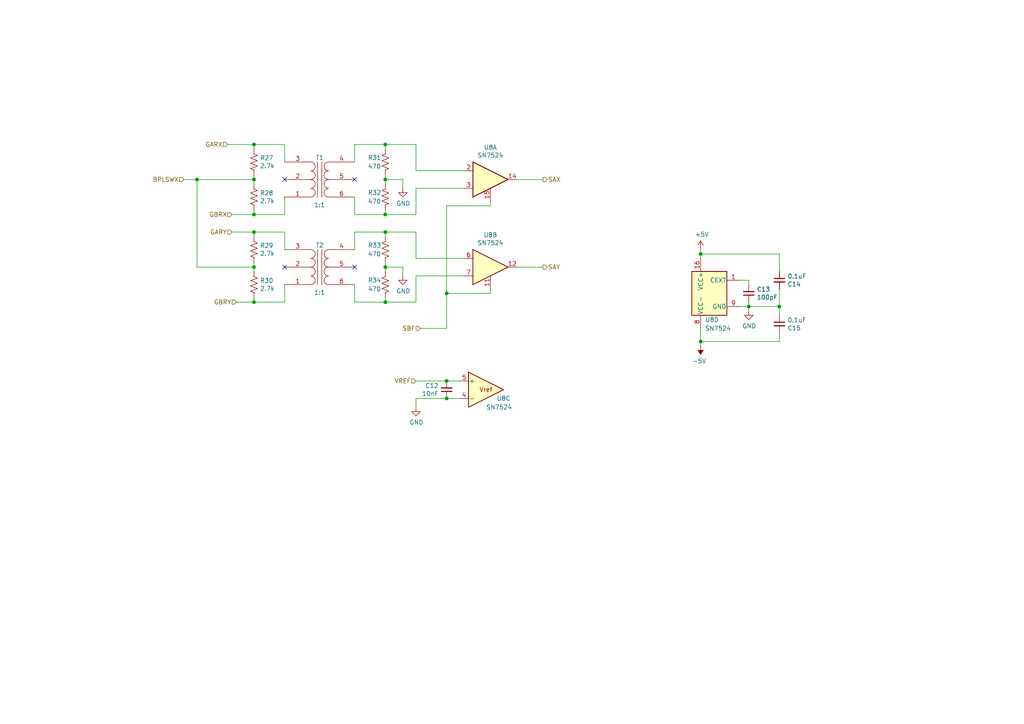
<source format=kicad_sch>
(kicad_sch (version 20211123) (generator eeschema)
  (paper "A4")
  (lib_symbols
    (symbol "Device:C_Small" (pin_numbers hide) (pin_names (offset 0.254) hide)
      (property "Reference" "C" (at 0.254 1.778 0))
      (property "Value" "C_Small" (at 0.254 -2.032 0))
      (symbol "C_Small_0_1"
        (polyline (pts (xy -1.524 -0.508) (xy 1.524 -0.508)) (stroke (width 0.3302)))
        (polyline (pts (xy -1.524 0.508) (xy 1.524 0.508)) (stroke (width 0.3048)))
      )
      (symbol "C_Small_1_1"
        (pin passive line (at 0 2.54 270) (length 2.032) (name "~") (number "1"))
        (pin passive line (at 0 -2.54 90) (length 2.032) (name "~") (number "2"))
      )
    )
    (symbol "Device:R_US" (pin_numbers hide) (pin_names (offset 0))
      (property "Reference" "R" (at 2.54 0 90))
      (property "Value" "R_US" (at -2.54 0 90))
      (symbol "R_US_0_1"
        (polyline (pts (xy 0 -2.286) (xy 0 -2.54)))
        (polyline (pts (xy 0 2.286) (xy 0 2.54)))
        (polyline (pts (xy 0 -0.762) (xy 1.016 -1.143) (xy 0 -1.524) (xy -1.016 -1.905) (xy 0 -2.286)))
        (polyline (pts (xy 0 0.762) (xy 1.016 0.381) (xy 0 0) (xy -1.016 -0.381) (xy 0 -0.762)))
        (polyline (pts (xy 0 2.286) (xy 1.016 1.905) (xy 0 1.524) (xy -1.016 1.143) (xy 0 0.762)))
      )
      (symbol "R_US_1_1"
        (pin passive line (at 0 3.81 270) (length 1.27) (name "~") (number "1"))
        (pin passive line (at 0 -3.81 90) (length 1.27) (name "~") (number "2"))
      )
    )
    (symbol "lachesis:SN7524" (pin_names (offset 0.127))
      (property "Reference" "U" (at 1.27 -7.62 0))
      (property "Value" "SN7524" (at -1.27 -9.525 0))
      (symbol "SN7524_1_1"
        (polyline (pts (xy -5.08 5.08) (xy 5.08 0) (xy -5.08 -5.08) (xy -5.08 5.08)) (stroke (width 0.254)) (fill (type background)))
        (polyline (pts (xy -5.08 5.08) (xy 5.08 0) (xy -5.08 -5.08) (xy -5.08 5.08)) (stroke (width 0.254)) (fill (type background)))
        (pin output line (at 7.62 0 180) (length 2.54) (name "~") (number "14"))
        (pin input line (at 0 -6.35 90) (length 3.81) (name "~") (number "15"))
        (pin input line (at -7.62 2.54 0) (length 2.54) (name "~") (number "2"))
        (pin input line (at -7.62 -2.54 0) (length 2.54) (name "~") (number "3"))
      )
      (symbol "SN7524_2_0"
        (polyline (pts (xy -5.08 5.08) (xy -5.08 -5.08) (xy 5.08 0) (xy -5.08 5.08)) (stroke (width 0.254)) (fill (type background)))
      )
      (symbol "SN7524_2_1"
        (pin input line (at 0 -6.35 90) (length 3.81) (name "~") (number "11"))
        (pin output line (at 7.62 0 180) (length 2.54) (name "~") (number "12"))
        (pin input line (at -7.62 2.54 0) (length 2.54) (name "~") (number "6"))
        (pin input line (at -7.62 -2.54 0) (length 2.54) (name "~") (number "7"))
      )
      (symbol "SN7524_3_0"
        (polyline (pts (xy -5.08 5.08) (xy -5.08 -5.08) (xy 5.08 0) (xy -5.08 5.08)) (stroke (width 0.254)) (fill (type background)))
        (text "Vref" (at 0 0 0) (effects (font (size 1.27 1.27))))
      )
      (symbol "SN7524_3_1"
        (pin input line (at -7.62 -2.54 0) (length 2.54) (name "-") (number "4"))
        (pin input line (at -7.62 2.54 0) (length 2.54) (name "+") (number "5"))
      )
      (symbol "SN7524_4_0"
        (rectangle (start -5.08 6.35) (end 5.08 -6.35) (stroke (width 0.254)) (fill (type background)))
      )
      (symbol "SN7524_4_1"
        (pin input line (at 8.89 3.81 180) (length 3.81) (name "CEXT") (number "1"))
        (pin no_connect line (at 5.08 0 0) (length 0) hide (name "~") (number "10"))
        (pin power_in line (at 8.89 -3.81 180) (length 3.81) hide (name "GND") (number "13"))
        (pin power_in line (at -2.54 10.16 270) (length 3.81) (name "VCC+") (number "16"))
        (pin power_in line (at -2.54 -10.16 90) (length 3.81) (name "VCC-") (number "8"))
        (pin power_in line (at 8.89 -3.81 180) (length 3.81) (name "GND") (number "9"))
      )
    )
    (symbol "lachesis:Transformer_SP_SS" (pin_names (offset 1.016) hide)
      (property "Reference" "T" (at 0 6.35 0))
      (property "Value" "Transformer_SP_SS" (at 0 -7.62 0))
      (symbol "Transformer_SP_SS_0_1"
        (arc (start -2.54 -5.0546) (mid -1.6561 -4.6863) (end -1.27 -3.81))
        (arc (start -2.54 -2.5146) (mid -1.6561 -2.1463) (end -1.27 -1.27))
        (arc (start -2.54 0.0254) (mid -1.6561 0.3937) (end -1.27 1.27))
        (arc (start -2.54 2.5654) (mid -1.6561 2.9337) (end -1.27 3.81))
        (arc (start -1.27 -3.81) (mid -1.642 -2.912) (end -2.54 -2.54))
        (arc (start -1.27 -1.27) (mid -1.642 -0.372) (end -2.54 0))
        (arc (start -1.27 1.27) (mid -1.642 2.168) (end -2.54 2.54))
        (arc (start -1.27 3.81) (mid -1.642 4.708) (end -2.54 5.08))
        (polyline (pts (xy -0.635 5.08) (xy -0.635 -5.08)))
        (polyline (pts (xy 0.635 -5.08) (xy 0.635 5.08)))
        (arc (start 1.2954 -1.27) (mid 1.6599 -2.1501) (end 2.54 -2.5146))
        (arc (start 1.2954 1.27) (mid 1.6599 0.3899) (end 2.54 0.0254))
        (arc (start 1.2954 3.81) (mid 1.6599 2.9299) (end 2.54 2.5654))
        (arc (start 1.3208 -3.81) (mid 1.6853 -4.6901) (end 2.5654 -5.0546))
        (arc (start 2.54 0) (mid 1.6456 -0.3683) (end 1.2954 -1.27))
        (arc (start 2.54 2.54) (mid 1.6456 2.1717) (end 1.2954 1.27))
        (arc (start 2.54 5.08) (mid 1.6456 4.7117) (end 1.2954 3.81))
        (arc (start 2.5654 -2.54) (mid 1.671 -2.9083) (end 1.3208 -3.81))
      )
      (symbol "Transformer_SP_SS_1_1"
        (pin passive line (at -10.16 5.08 0) (length 7.62) (name "P1") (number "1"))
        (pin passive line (at -10.16 0 0) (length 7.62) (name "PM") (number "2"))
        (pin passive line (at -10.16 -5.08 0) (length 7.62) (name "P2") (number "3"))
        (pin passive line (at 10.16 -5.08 180) (length 7.62) (name "S2") (number "4"))
        (pin passive line (at 10.16 0 180) (length 7.62) (name "SM") (number "5"))
        (pin passive line (at 10.16 5.08 180) (length 7.62) (name "S1") (number "6"))
      )
    )
    (symbol "power:+5V" (power) (pin_names (offset 0))
      (property "Value" "+5V" (at 0 3.556 0))
      (symbol "+5V_0_1"
        (polyline (pts (xy -0.762 1.27) (xy 0 2.54)))
        (polyline (pts (xy 0 0) (xy 0 2.54)))
        (polyline (pts (xy 0 2.54) (xy 0.762 1.27)))
      )
      (symbol "+5V_1_1"
        (pin power_in line (at 0 0 90) (length 0) hide (name "+5V") (number "1"))
      )
    )
    (symbol "power:-5V" (power) (pin_names (offset 0))
      (property "Value" "-5V" (at 0 3.81 0))
      (symbol "-5V_0_0"
        (pin power_in line (at 0 0 90) (length 0) hide (name "-5V") (number "1"))
      )
      (symbol "-5V_0_1"
        (polyline (pts (xy 0 0) (xy 0 1.27) (xy 0.762 1.27) (xy 0 2.54) (xy -0.762 1.27) (xy 0 1.27)) (fill (type outline)))
      )
    )
    (symbol "power:GND" (power) (pin_names (offset 0))
      (property "Value" "GND" (at 0 -3.81 0))
      (symbol "GND_0_1"
        (polyline (pts (xy 0 0) (xy 0 -1.27) (xy 1.27 -1.27) (xy 0 -2.54) (xy -1.27 -1.27) (xy 0 -1.27)))
      )
      (symbol "GND_1_1"
        (pin power_in line (at 0 0 270) (length 0) hide (name "GND") (number "1"))
      )
    )
  )
  (junction (at 129.54 85.09))
  (junction (at 73.66 62.23))
  (junction (at 203.2 73.66))
  (junction (at 73.66 87.63))
  (junction (at 111.76 52.07))
  (junction (at 111.76 62.23))
  (junction (at 111.76 77.47))
  (junction (at 111.76 87.63))
  (junction (at 73.66 52.07))
  (junction (at 111.76 67.31))
  (junction (at 73.66 67.31))
  (junction (at 226.06 88.9))
  (junction (at 73.66 41.91))
  (junction (at 73.66 77.47))
  (junction (at 217.17 88.9))
  (junction (at 129.54 115.57))
  (junction (at 111.76 41.91))
  (junction (at 57.15 52.07))
  (junction (at 129.54 110.49))
  (junction (at 203.2 99.06))
  (no_connect (at 102.87 77.47))
  (no_connect (at 102.87 52.07))
  (no_connect (at 82.55 52.07))
  (no_connect (at 82.55 77.47))
  (wire (pts (xy 111.76 87.63) (xy 120.65 87.63)))
  (wire (pts (xy 217.17 88.9) (xy 217.17 90.17)))
  (wire (pts (xy 111.76 68.58) (xy 111.76 67.31)))
  (wire (pts (xy 111.76 77.47) (xy 116.84 77.47)))
  (wire (pts (xy 226.06 99.06) (xy 203.2 99.06)))
  (wire (pts (xy 116.84 52.07) (xy 116.84 54.61)))
  (wire (pts (xy 111.76 77.47) (xy 111.76 78.74)))
  (wire (pts (xy 214.63 88.9) (xy 217.17 88.9)))
  (wire (pts (xy 133.35 110.49) (xy 129.54 110.49)))
  (wire (pts (xy 120.65 80.01) (xy 134.62 80.01)))
  (wire (pts (xy 142.24 59.69) (xy 129.54 59.69)))
  (wire (pts (xy 57.15 52.07) (xy 73.66 52.07)))
  (wire (pts (xy 73.66 68.58) (xy 73.66 67.31)))
  (wire (pts (xy 73.66 86.36) (xy 73.66 87.63)))
  (wire (pts (xy 129.54 59.69) (xy 129.54 85.09)))
  (wire (pts (xy 102.87 82.55) (xy 102.87 87.63)))
  (wire (pts (xy 111.76 67.31) (xy 120.65 67.31)))
  (wire (pts (xy 203.2 72.39) (xy 203.2 73.66)))
  (wire (pts (xy 142.24 83.82) (xy 142.24 85.09)))
  (wire (pts (xy 73.66 67.31) (xy 67.31 67.31)))
  (wire (pts (xy 111.76 52.07) (xy 116.84 52.07)))
  (wire (pts (xy 129.54 115.57) (xy 120.65 115.57)))
  (wire (pts (xy 149.86 52.07) (xy 157.48 52.07)))
  (wire (pts (xy 111.76 86.36) (xy 111.76 87.63)))
  (wire (pts (xy 102.87 41.91) (xy 102.87 46.99)))
  (wire (pts (xy 82.55 41.91) (xy 82.55 46.99)))
  (wire (pts (xy 226.06 73.66) (xy 226.06 78.74)))
  (wire (pts (xy 73.66 43.18) (xy 73.66 41.91)))
  (wire (pts (xy 142.24 58.42) (xy 142.24 59.69)))
  (wire (pts (xy 111.76 76.2) (xy 111.76 77.47)))
  (wire (pts (xy 120.65 41.91) (xy 120.65 49.53)))
  (wire (pts (xy 111.76 62.23) (xy 120.65 62.23)))
  (wire (pts (xy 120.65 54.61) (xy 134.62 54.61)))
  (wire (pts (xy 102.87 57.15) (xy 102.87 62.23)))
  (wire (pts (xy 82.55 67.31) (xy 82.55 72.39)))
  (wire (pts (xy 129.54 95.25) (xy 121.92 95.25)))
  (wire (pts (xy 73.66 76.2) (xy 73.66 77.47)))
  (wire (pts (xy 111.76 41.91) (xy 102.87 41.91)))
  (wire (pts (xy 73.66 67.31) (xy 82.55 67.31)))
  (wire (pts (xy 142.24 85.09) (xy 129.54 85.09)))
  (wire (pts (xy 217.17 88.9) (xy 226.06 88.9)))
  (wire (pts (xy 73.66 52.07) (xy 73.66 53.34)))
  (wire (pts (xy 217.17 88.9) (xy 217.17 87.63)))
  (wire (pts (xy 226.06 96.52) (xy 226.06 99.06)))
  (wire (pts (xy 149.86 77.47) (xy 157.48 77.47)))
  (wire (pts (xy 111.76 43.18) (xy 111.76 41.91)))
  (wire (pts (xy 217.17 81.28) (xy 214.63 81.28)))
  (wire (pts (xy 82.55 62.23) (xy 73.66 62.23)))
  (wire (pts (xy 120.65 49.53) (xy 134.62 49.53)))
  (wire (pts (xy 73.66 50.8) (xy 73.66 52.07)))
  (wire (pts (xy 111.76 60.96) (xy 111.76 62.23)))
  (wire (pts (xy 226.06 83.82) (xy 226.06 88.9)))
  (wire (pts (xy 57.15 52.07) (xy 53.34 52.07)))
  (wire (pts (xy 102.87 62.23) (xy 111.76 62.23)))
  (wire (pts (xy 120.65 87.63) (xy 120.65 80.01)))
  (wire (pts (xy 111.76 52.07) (xy 111.76 53.34)))
  (wire (pts (xy 73.66 87.63) (xy 68.58 87.63)))
  (wire (pts (xy 57.15 77.47) (xy 73.66 77.47)))
  (wire (pts (xy 116.84 77.47) (xy 116.84 80.01)))
  (wire (pts (xy 129.54 85.09) (xy 129.54 95.25)))
  (wire (pts (xy 120.65 67.31) (xy 120.65 74.93)))
  (wire (pts (xy 111.76 41.91) (xy 120.65 41.91)))
  (wire (pts (xy 217.17 82.55) (xy 217.17 81.28)))
  (wire (pts (xy 73.66 60.96) (xy 73.66 62.23)))
  (wire (pts (xy 102.87 87.63) (xy 111.76 87.63)))
  (wire (pts (xy 203.2 99.06) (xy 203.2 100.33)))
  (wire (pts (xy 82.55 82.55) (xy 82.55 87.63)))
  (wire (pts (xy 111.76 50.8) (xy 111.76 52.07)))
  (wire (pts (xy 82.55 57.15) (xy 82.55 62.23)))
  (wire (pts (xy 226.06 88.9) (xy 226.06 91.44)))
  (wire (pts (xy 203.2 73.66) (xy 203.2 74.93)))
  (wire (pts (xy 111.76 67.31) (xy 102.87 67.31)))
  (wire (pts (xy 129.54 115.57) (xy 133.35 115.57)))
  (wire (pts (xy 120.65 74.93) (xy 134.62 74.93)))
  (wire (pts (xy 57.15 77.47) (xy 57.15 52.07)))
  (wire (pts (xy 73.66 62.23) (xy 67.31 62.23)))
  (wire (pts (xy 120.65 62.23) (xy 120.65 54.61)))
  (wire (pts (xy 129.54 110.49) (xy 120.65 110.49)))
  (wire (pts (xy 73.66 77.47) (xy 73.66 78.74)))
  (wire (pts (xy 203.2 73.66) (xy 226.06 73.66)))
  (wire (pts (xy 73.66 41.91) (xy 82.55 41.91)))
  (wire (pts (xy 120.65 115.57) (xy 120.65 118.11)))
  (wire (pts (xy 82.55 87.63) (xy 73.66 87.63)))
  (wire (pts (xy 203.2 99.06) (xy 203.2 95.25)))
  (wire (pts (xy 102.87 67.31) (xy 102.87 72.39)))
  (wire (pts (xy 73.66 41.91) (xy 66.04 41.91)))
  (hierarchical_label "SBF" (shape input) (at 121.92 95.25 180))
  (hierarchical_label "VREF" (shape input) (at 120.65 110.49 180))
  (hierarchical_label "GARY" (shape input) (at 67.31 67.31 180))
  (hierarchical_label "GARX" (shape input) (at 66.04 41.91 180))
  (hierarchical_label "GBRX" (shape input) (at 67.31 62.23 180))
  (hierarchical_label "GBRY" (shape input) (at 68.58 87.63 180))
  (hierarchical_label "SAY" (shape output) (at 157.48 77.47 0))
  (hierarchical_label "SAX" (shape output) (at 157.48 52.07 0))
  (hierarchical_label "BPLSWX" (shape input) (at 53.34 52.07 180))
  (symbol (lib_id "Device:R_US") (at 73.66 46.99 0) (unit 1)
    (property "Reference" "R27" (at 75.3872 45.8216 0) (effects (justify left)))
    (property "Value" "2.7k" (at 75.3872 48.133 0) (effects (justify left)))
    (property "Footprint" "Resistor_SMD:R_0603_1608Metric" (effects hide))
  )
  (symbol (lib_id "Device:R_US") (at 73.66 57.15 0) (unit 1)
    (property "Reference" "R28" (at 75.3872 55.9816 0) (effects (justify left)))
    (property "Value" "2.7k" (at 75.3872 58.293 0) (effects (justify left)))
    (property "Footprint" "Resistor_SMD:R_0603_1608Metric" (effects hide))
  )
  (symbol (lib_id "Device:R_US") (at 111.76 46.99 0) (mirror y) (unit 1)
    (property "Reference" "R31" (at 106.68 45.72 0) (effects (justify right)))
    (property "Value" "470" (at 106.68 48.26 0) (effects (justify right)))
    (property "Footprint" "Resistor_SMD:R_0603_1608Metric" (effects hide))
  )
  (symbol (lib_id "Device:R_US") (at 111.76 57.15 0) (mirror y) (unit 1)
    (property "Reference" "R32" (at 106.68 55.88 0) (effects (justify right)))
    (property "Value" "470" (at 106.68 58.42 0) (effects (justify right)))
    (property "Footprint" "Resistor_SMD:R_0603_1608Metric" (effects hide))
  )
  (symbol (lib_id "power:GND") (at 116.84 54.61 0) (unit 1)
    (property "Reference" "#PWR040" (effects hide))
    (property "Value" "GND" (at 116.967 59.0042 0))
  )
  (symbol (lib_id "lachesis:SN7524") (at 142.24 52.07 0) (unit 1)
    (property "Reference" "U8" (at 142.24 42.7482 0))
    (property "Value" "SN7524" (at 142.24 45.0596 0))
    (property "Footprint" "Package_DIP:DIP-16_W7.62mm_Socket" (effects hide))
  )
  (symbol (lib_id "lachesis:Transformer_SP_SS") (at 92.71 52.07 0) (mirror x) (unit 1)
    (property "Reference" "T1" (at 92.71 45.72 0))
    (property "Value" "1:1" (at 92.71 59.436 0))
    (property "Footprint" "lachesis:Transformer_Murata_786J" (effects hide))
    (property "Digikey" "https://www.digikey.com/en/products/detail/murata-power-solutions-inc/78615-1JC/5798694" (effects hide))
    (property "Part Number" "78615/1JC" (effects hide))
  )
  (symbol (lib_id "Device:R_US") (at 73.66 72.39 0) (unit 1)
    (property "Reference" "R29" (at 75.3872 71.2216 0) (effects (justify left)))
    (property "Value" "2.7k" (at 75.3872 73.533 0) (effects (justify left)))
    (property "Footprint" "Resistor_SMD:R_0603_1608Metric" (effects hide))
  )
  (symbol (lib_id "Device:R_US") (at 73.66 82.55 0) (unit 1)
    (property "Reference" "R30" (at 75.3872 81.3816 0) (effects (justify left)))
    (property "Value" "2.7k" (at 75.3872 83.693 0) (effects (justify left)))
    (property "Footprint" "Resistor_SMD:R_0603_1608Metric" (effects hide))
  )
  (symbol (lib_id "Device:R_US") (at 111.76 72.39 0) (mirror y) (unit 1)
    (property "Reference" "R33" (at 106.68 71.12 0) (effects (justify right)))
    (property "Value" "470" (at 106.68 73.66 0) (effects (justify right)))
    (property "Footprint" "Resistor_SMD:R_0603_1608Metric" (effects hide))
  )
  (symbol (lib_id "Device:R_US") (at 111.76 82.55 0) (mirror y) (unit 1)
    (property "Reference" "R34" (at 106.68 81.28 0) (effects (justify right)))
    (property "Value" "470" (at 106.68 83.82 0) (effects (justify right)))
    (property "Footprint" "Resistor_SMD:R_0603_1608Metric" (effects hide))
  )
  (symbol (lib_id "power:GND") (at 116.84 80.01 0) (unit 1)
    (property "Reference" "#PWR041" (effects hide))
    (property "Value" "GND" (at 116.967 84.4042 0))
  )
  (symbol (lib_id "lachesis:SN7524") (at 142.24 77.47 0) (unit 2)
    (property "Reference" "U8" (at 142.24 68.1482 0))
    (property "Value" "SN7524" (at 142.24 70.4596 0))
    (property "Footprint" "Package_DIP:DIP-16_W7.62mm_Socket" (effects hide))
  )
  (symbol (lib_id "lachesis:Transformer_SP_SS") (at 92.71 77.47 0) (mirror x) (unit 1)
    (property "Reference" "T2" (at 92.71 71.12 0))
    (property "Value" "1:1" (at 92.71 84.836 0))
    (property "Footprint" "lachesis:Transformer_Murata_786J" (effects hide))
    (property "Digikey" "https://www.digikey.com/en/products/detail/murata-power-solutions-inc/78615-1JC/5798694" (effects hide))
    (property "Part Number" "78615/1JC" (effects hide))
  )
  (symbol (lib_id "lachesis:SN7524") (at 205.74 85.09 0) (unit 4)
    (property "Reference" "U8" (at 204.47 92.71 0) (effects (justify left)))
    (property "Value" "SN7524" (at 204.47 95.25 0) (effects (justify left)))
    (property "Footprint" "Package_DIP:DIP-16_W7.62mm_Socket" (effects hide))
  )
  (symbol (lib_id "power:GND") (at 217.17 90.17 0) (unit 1)
    (property "Reference" "#PWR045" (effects hide))
    (property "Value" "GND" (at 217.297 94.5642 0))
  )
  (symbol (lib_id "Device:C_Small") (at 217.17 85.09 180) (unit 1)
    (property "Reference" "C13" (at 219.4814 83.9216 0) (effects (justify right)))
    (property "Value" "100pF" (at 219.4814 86.233 0) (effects (justify right)))
    (property "Footprint" "Capacitor_SMD:C_0603_1608Metric" (effects hide))
    (property "Digikey" "https://www.digikey.com/en/products/detail/samsung-electro-mechanics/CL10B101KB8NFNC/3887566" (effects hide))
    (property "Part Number" "CL10B101KB8NFNC" (effects hide))
    (property "Rating" "50V" (effects hide))
    (property "Tolerance" "10%" (effects hide))
  )
  (symbol (lib_id "Device:C_Small") (at 226.06 81.28 0) (mirror y) (unit 1)
    (property "Reference" "C14" (at 228.3968 82.4484 0) (effects (justify right)))
    (property "Value" "0.1uF" (at 228.3968 80.137 0) (effects (justify right)))
    (property "Footprint" "Capacitor_SMD:C_0603_1608Metric" (effects hide))
  )
  (symbol (lib_id "Device:C_Small") (at 226.06 93.98 0) (mirror y) (unit 1)
    (property "Reference" "C15" (at 228.3968 95.1484 0) (effects (justify right)))
    (property "Value" "0.1uF" (at 228.3968 92.837 0) (effects (justify right)))
    (property "Footprint" "Capacitor_SMD:C_0603_1608Metric" (effects hide))
  )
  (symbol (lib_id "lachesis:SN7524") (at 140.97 113.03 0) (unit 3)
    (property "Reference" "U8" (at 146.05 115.57 0))
    (property "Value" "SN7524" (at 144.78 118.11 0))
    (property "Footprint" "Package_DIP:DIP-16_W7.62mm_Socket" (effects hide))
  )
  (symbol (lib_id "Device:C_Small") (at 129.54 113.03 0) (mirror x) (unit 1)
    (property "Reference" "C12" (at 127.2286 111.8616 0) (effects (justify right)))
    (property "Value" "10nF" (at 127.2286 114.173 0) (effects (justify right)))
    (property "Footprint" "Capacitor_SMD:C_0603_1608Metric" (effects hide))
    (property "Digikey" "https://www.digikey.com/en/products/detail/samsung-electro-mechanics/CL10B103KC8NNNC/3886854" (effects hide))
    (property "Part Number" "CL10B103KC8NNNC" (effects hide))
    (property "Rating" "100V" (effects hide))
    (property "Tolerance" "10%" (effects hide))
  )
  (symbol (lib_id "power:GND") (at 120.65 118.11 0) (unit 1)
    (property "Reference" "#PWR042" (effects hide))
    (property "Value" "GND" (at 120.777 122.5042 0))
  )
  (symbol (lib_id "power:+5V") (at 203.2 72.39 0) (unit 1)
    (property "Reference" "#PWR043" (effects hide))
    (property "Value" "+5V" (at 203.581 67.9958 0))
  )
  (symbol (lib_id "power:-5V") (at 203.2 100.33 180) (unit 1)
    (property "Reference" "#PWR044" (effects hide))
    (property "Value" "-5V" (at 202.819 104.7242 0))
  )
)
</source>
